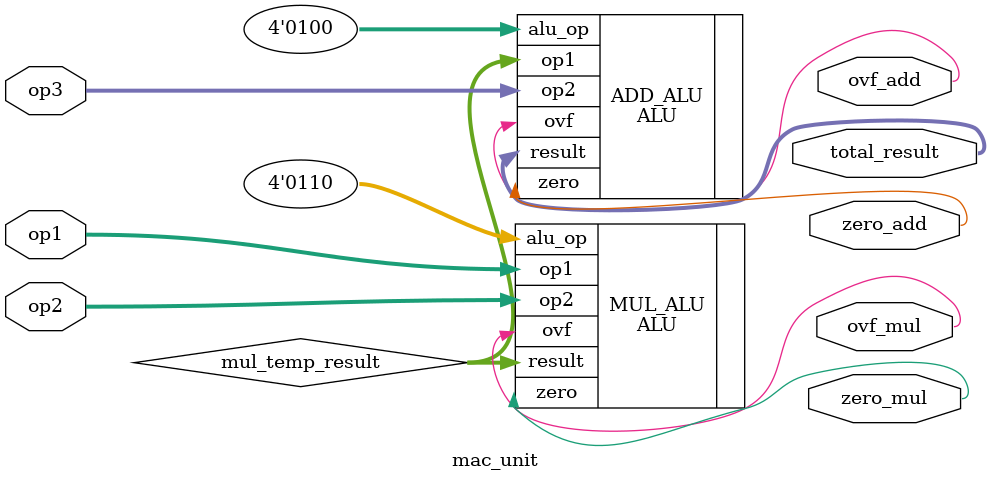
<source format=v>
`timescale 1ns / 1ps
module mac_unit(
    input wire signed[31:0] op1,
    input wire signed[31:0] op2,
    input wire signed[31:0] op3,
    output wire[31:0] total_result,
    output wire zero_mul,
    output wire zero_add,
    output wire ovf_mul,
    output wire ovf_add
);

wire signed[31:0] mul_temp_result;
parameter[3:0] ALUOP_MUL = 4'b0110; //Signed Multiplication
parameter[3:0] ALUOP_ADD = 4'b0100; //Signed Addition

ALU MUL_ALU(
    .zero(zero_mul),
    .result(mul_temp_result),
    .ovf(ovf_mul),
    .op1(op1),
    .op2(op2),
    .alu_op(ALUOP_MUL)
);

ALU ADD_ALU(
    .zero(zero_add),
    .result(total_result),
    .ovf(ovf_add),
    .op1(mul_temp_result),
    .op2(op3),
    .alu_op(ALUOP_ADD)
);

endmodule
</source>
